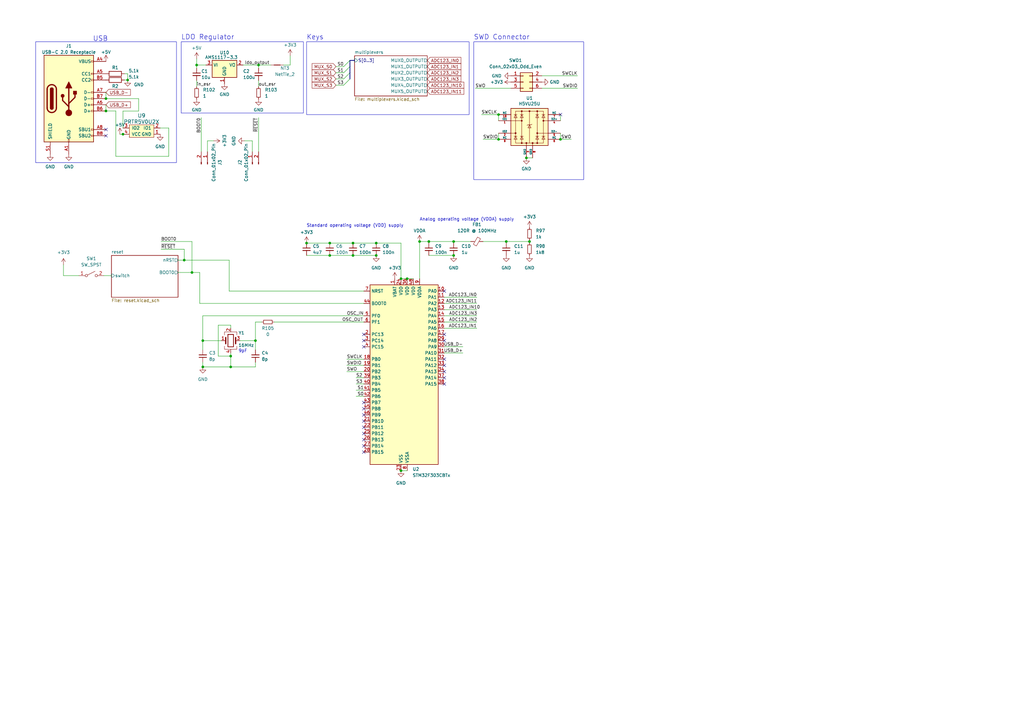
<source format=kicad_sch>
(kicad_sch (version 20230121) (generator eeschema)
  (paper "A3")
  (lib_symbols
    (symbol "Connector:Conn_01x02_Pin" (pin_names (offset 1.016) hide)
      (property "Reference" "J" (at 0 2.54 0))
      (property "Value" "Conn_01x02_Pin" (at 0 -5.08 0))
      (symbol "Conn_01x02_Pin_1_1"
        (polyline (pts (xy 1.27 -2.54) (xy 0.8636 -2.54)) (stroke (width 0.1524)))
        (polyline (pts (xy 1.27 0) (xy 0.8636 0)) (stroke (width 0.1524)))
        (rectangle (start 0.8636 -2.413) (end 0 -2.667) (stroke (width 0.1524)) (fill (type outline)))
        (rectangle (start 0.8636 0.127) (end 0 -0.127) (stroke (width 0.1524)) (fill (type outline)))
        (pin passive line (at 5.08 0 180) (length 3.81) (name "Pin_1") (number "1"))
        (pin passive line (at 5.08 -2.54 180) (length 3.81) (name "Pin_2") (number "2"))
      )
    )
    (symbol "Connector:USB_C_Receptacle_USB2.0" (pin_names (offset 1.016))
      (property "Reference" "J" (at -10.16 19.05 0))
      (property "Value" "USB_C_Receptacle_USB2.0" (at 19.05 19.05 0))
      (symbol "USB_C_Receptacle_USB2.0_0_0"
        (rectangle (start -0.254 -17.78) (end 0.254 -16.764))
        (rectangle (start 10.16 -14.986) (end 9.144 -15.494))
        (rectangle (start 10.16 -12.446) (end 9.144 -12.954))
        (rectangle (start 10.16 -4.826) (end 9.144 -5.334))
        (rectangle (start 10.16 -2.286) (end 9.144 -2.794))
        (rectangle (start 10.16 0.254) (end 9.144 -0.254))
        (rectangle (start 10.16 2.794) (end 9.144 2.286))
        (rectangle (start 10.16 7.874) (end 9.144 7.366))
        (rectangle (start 10.16 10.414) (end 9.144 9.906))
        (rectangle (start 10.16 15.494) (end 9.144 14.986))
      )
      (symbol "USB_C_Receptacle_USB2.0_0_1"
        (rectangle (start -10.16 17.78) (end 10.16 -17.78) (stroke (width 0.254)) (fill (type background)))
        (arc (start -8.89 -3.81) (mid -6.985 -5.7067) (end -5.08 -3.81) (stroke (width 0.508)))
        (arc (start -7.62 -3.81) (mid -6.985 -4.4423) (end -6.35 -3.81) (stroke (width 0.254)))
        (arc (start -7.62 -3.81) (mid -6.985 -4.4423) (end -6.35 -3.81) (stroke (width 0.254)) (fill (type outline)))
        (rectangle (start -7.62 -3.81) (end -6.35 3.81) (stroke (width 0.254)) (fill (type outline)))
        (arc (start -6.35 3.81) (mid -6.985 4.4423) (end -7.62 3.81) (stroke (width 0.254)))
        (arc (start -6.35 3.81) (mid -6.985 4.4423) (end -7.62 3.81) (stroke (width 0.254)) (fill (type outline)))
        (arc (start -5.08 3.81) (mid -6.985 5.7067) (end -8.89 3.81) (stroke (width 0.508)))
        (circle (center -2.54 1.143) (radius 0.635) (stroke (width 0.254)) (fill (type outline)))
        (circle (center 0 -5.842) (radius 1.27) (fill (type outline)))
        (polyline (pts (xy -8.89 -3.81) (xy -8.89 3.81)) (stroke (width 0.508)))
        (polyline (pts (xy -5.08 3.81) (xy -5.08 -3.81)) (stroke (width 0.508)))
        (polyline (pts (xy 0 -5.842) (xy 0 4.318)) (stroke (width 0.508)))
        (polyline (pts (xy 0 -3.302) (xy -2.54 -0.762) (xy -2.54 0.508)) (stroke (width 0.508)))
        (polyline (pts (xy 0 -2.032) (xy 2.54 0.508) (xy 2.54 1.778)) (stroke (width 0.508)))
        (polyline (pts (xy -1.27 4.318) (xy 0 6.858) (xy 1.27 4.318) (xy -1.27 4.318)) (stroke (width 0.254)) (fill (type outline)))
        (rectangle (start 1.905 1.778) (end 3.175 3.048) (stroke (width 0.254)) (fill (type outline)))
      )
      (symbol "USB_C_Receptacle_USB2.0_1_1"
        (pin passive line (at 0 -22.86 90) (length 5.08) (name "GND") (number "A1"))
        (pin passive line (at 0 -22.86 90) (length 5.08) hide (name "GND") (number "A12"))
        (pin passive line (at 15.24 15.24 180) (length 5.08) (name "VBUS") (number "A4"))
        (pin bidirectional line (at 15.24 10.16 180) (length 5.08) (name "CC1") (number "A5"))
        (pin bidirectional line (at 15.24 -2.54 180) (length 5.08) (name "D+") (number "A6"))
        (pin bidirectional line (at 15.24 2.54 180) (length 5.08) (name "D-") (number "A7"))
        (pin bidirectional line (at 15.24 -12.7 180) (length 5.08) (name "SBU1") (number "A8"))
        (pin passive line (at 15.24 15.24 180) (length 5.08) hide (name "VBUS") (number "A9"))
        (pin passive line (at 0 -22.86 90) (length 5.08) hide (name "GND") (number "B1"))
        (pin passive line (at 0 -22.86 90) (length 5.08) hide (name "GND") (number "B12"))
        (pin passive line (at 15.24 15.24 180) (length 5.08) hide (name "VBUS") (number "B4"))
        (pin bidirectional line (at 15.24 7.62 180) (length 5.08) (name "CC2") (number "B5"))
        (pin bidirectional line (at 15.24 -5.08 180) (length 5.08) (name "D+") (number "B6"))
        (pin bidirectional line (at 15.24 0 180) (length 5.08) (name "D-") (number "B7"))
        (pin bidirectional line (at 15.24 -15.24 180) (length 5.08) (name "SBU2") (number "B8"))
        (pin passive line (at 15.24 15.24 180) (length 5.08) hide (name "VBUS") (number "B9"))
        (pin passive line (at -7.62 -22.86 90) (length 5.08) (name "SHIELD") (number "S1"))
      )
    )
    (symbol "Connector_Generic:Conn_02x03_Odd_Even" (pin_names (offset 1.016) hide)
      (property "Reference" "J" (at 1.27 5.08 0))
      (property "Value" "Conn_02x03_Odd_Even" (at 1.27 -5.08 0))
      (symbol "Conn_02x03_Odd_Even_1_1"
        (rectangle (start -1.27 -2.413) (end 0 -2.667) (stroke (width 0.1524)))
        (rectangle (start -1.27 0.127) (end 0 -0.127) (stroke (width 0.1524)))
        (rectangle (start -1.27 2.667) (end 0 2.413) (stroke (width 0.1524)))
        (rectangle (start -1.27 3.81) (end 3.81 -3.81) (stroke (width 0.254)) (fill (type background)))
        (rectangle (start 3.81 -2.413) (end 2.54 -2.667) (stroke (width 0.1524)))
        (rectangle (start 3.81 0.127) (end 2.54 -0.127) (stroke (width 0.1524)))
        (rectangle (start 3.81 2.667) (end 2.54 2.413) (stroke (width 0.1524)))
        (pin passive line (at -5.08 2.54 0) (length 3.81) (name "Pin_1") (number "1"))
        (pin passive line (at 7.62 2.54 180) (length 3.81) (name "Pin_2") (number "2"))
        (pin passive line (at -5.08 0 0) (length 3.81) (name "Pin_3") (number "3"))
        (pin passive line (at 7.62 0 180) (length 3.81) (name "Pin_4") (number "4"))
        (pin passive line (at -5.08 -2.54 0) (length 3.81) (name "Pin_5") (number "5"))
        (pin passive line (at 7.62 -2.54 180) (length 3.81) (name "Pin_6") (number "6"))
      )
    )
    (symbol "Device:C_Small" (pin_numbers hide) (pin_names (offset 0.254) hide)
      (property "Reference" "C" (at 0.254 1.778 0))
      (property "Value" "C_Small" (at 0.254 -2.032 0))
      (symbol "C_Small_0_1"
        (polyline (pts (xy -1.524 -0.508) (xy 1.524 -0.508)) (stroke (width 0.3302)))
        (polyline (pts (xy -1.524 0.508) (xy 1.524 0.508)) (stroke (width 0.3048)))
      )
      (symbol "C_Small_1_1"
        (pin passive line (at 0 2.54 270) (length 2.032) (name "~") (number "1"))
        (pin passive line (at 0 -2.54 90) (length 2.032) (name "~") (number "2"))
      )
    )
    (symbol "Device:Crystal_GND24" (pin_names (offset 1.016) hide)
      (property "Reference" "Y" (at 3.175 5.08 0))
      (property "Value" "Crystal_GND24" (at 3.175 3.175 0))
      (symbol "Crystal_GND24_0_1"
        (rectangle (start -1.143 2.54) (end 1.143 -2.54) (stroke (width 0.3048)))
        (polyline (pts (xy -2.54 0) (xy -2.032 0)))
        (polyline (pts (xy -2.032 -1.27) (xy -2.032 1.27)) (stroke (width 0.508)))
        (polyline (pts (xy 0 -3.81) (xy 0 -3.556)))
        (polyline (pts (xy 0 3.556) (xy 0 3.81)))
        (polyline (pts (xy 2.032 -1.27) (xy 2.032 1.27)) (stroke (width 0.508)))
        (polyline (pts (xy 2.032 0) (xy 2.54 0)))
        (polyline (pts (xy -2.54 -2.286) (xy -2.54 -3.556) (xy 2.54 -3.556) (xy 2.54 -2.286)))
        (polyline (pts (xy -2.54 2.286) (xy -2.54 3.556) (xy 2.54 3.556) (xy 2.54 2.286)))
      )
      (symbol "Crystal_GND24_1_1"
        (pin passive line (at -3.81 0 0) (length 1.27) (name "1") (number "1"))
        (pin passive line (at 0 5.08 270) (length 1.27) (name "2") (number "2"))
        (pin passive line (at 3.81 0 180) (length 1.27) (name "3") (number "3"))
        (pin passive line (at 0 -5.08 90) (length 1.27) (name "4") (number "4"))
      )
    )
    (symbol "Device:FerriteBead_Small" (pin_numbers hide) (pin_names (offset 0))
      (property "Reference" "FB" (at 1.905 1.27 0))
      (property "Value" "FerriteBead_Small" (at 1.905 -1.27 0))
      (symbol "FerriteBead_Small_0_1"
        (polyline (pts (xy 0 -1.27) (xy 0 -0.7874)))
        (polyline (pts (xy 0 0.889) (xy 0 1.2954)))
        (polyline (pts (xy -1.8288 0.2794) (xy -1.1176 1.4986) (xy 1.8288 -0.2032) (xy 1.1176 -1.4224) (xy -1.8288 0.2794)))
      )
      (symbol "FerriteBead_Small_1_1"
        (pin passive line (at 0 2.54 270) (length 1.27) (name "~") (number "1"))
        (pin passive line (at 0 -2.54 90) (length 1.27) (name "~") (number "2"))
      )
    )
    (symbol "Device:NetTie_2" (pin_numbers hide) (pin_names (offset 0) hide) (in_bom no)
      (property "Reference" "NT" (at 0 1.27 0))
      (property "Value" "NetTie_2" (at 0 -1.27 0))
      (symbol "NetTie_2_0_1"
        (polyline (pts (xy -1.27 0) (xy 1.27 0)) (stroke (width 0.254)))
      )
      (symbol "NetTie_2_1_1"
        (pin passive line (at -2.54 0 0) (length 2.54) (name "1") (number "1"))
        (pin passive line (at 2.54 0 180) (length 2.54) (name "2") (number "2"))
      )
    )
    (symbol "Device:R" (pin_numbers hide) (pin_names (offset 0))
      (property "Reference" "R" (at 2.032 0 90))
      (property "Value" "R" (at 0 0 90))
      (symbol "R_0_1"
        (rectangle (start -1.016 -2.54) (end 1.016 2.54) (stroke (width 0.254)))
      )
      (symbol "R_1_1"
        (pin passive line (at 0 3.81 270) (length 1.27) (name "~") (number "1"))
        (pin passive line (at 0 -3.81 90) (length 1.27) (name "~") (number "2"))
      )
    )
    (symbol "Device:R_Small" (pin_numbers hide) (pin_names (offset 0.254) hide)
      (property "Reference" "R" (at 0.762 0.508 0))
      (property "Value" "R_Small" (at 0.762 -1.016 0))
      (symbol "R_Small_0_1"
        (rectangle (start -0.762 1.778) (end 0.762 -1.778) (stroke (width 0.2032)))
      )
      (symbol "R_Small_1_1"
        (pin passive line (at 0 2.54 270) (length 0.762) (name "~") (number "1"))
        (pin passive line (at 0 -2.54 90) (length 0.762) (name "~") (number "2"))
      )
    )
    (symbol "MCU_ST_STM32F3:STM32F303CBTx"
      (property "Reference" "U" (at -12.7 39.37 0))
      (property "Value" "STM32F303CBTx" (at 10.16 39.37 0))
      (symbol "STM32F303CBTx_0_1"
        (rectangle (start -12.7 -35.56) (end 15.24 38.1) (stroke (width 0.254)) (fill (type background)))
      )
      (symbol "STM32F303CBTx_1_1"
        (pin power_in line (at -2.54 40.64 270) (length 2.54) (name "VBAT") (number "1"))
        (pin bidirectional line (at 17.78 35.56 180) (length 2.54) (name "PA0") (number "10"))
        (pin bidirectional line (at 17.78 33.02 180) (length 2.54) (name "PA1") (number "11"))
        (pin bidirectional line (at 17.78 30.48 180) (length 2.54) (name "PA2") (number "12"))
        (pin bidirectional line (at 17.78 27.94 180) (length 2.54) (name "PA3") (number "13"))
        (pin bidirectional line (at 17.78 25.4 180) (length 2.54) (name "PA4") (number "14"))
        (pin bidirectional line (at 17.78 22.86 180) (length 2.54) (name "PA5") (number "15"))
        (pin bidirectional line (at 17.78 20.32 180) (length 2.54) (name "PA6") (number "16"))
        (pin bidirectional line (at 17.78 17.78 180) (length 2.54) (name "PA7") (number "17"))
        (pin bidirectional line (at -15.24 7.62 0) (length 2.54) (name "PB0") (number "18"))
        (pin bidirectional line (at -15.24 5.08 0) (length 2.54) (name "PB1") (number "19"))
        (pin bidirectional line (at -15.24 17.78 0) (length 2.54) (name "PC13") (number "2"))
        (pin bidirectional line (at -15.24 2.54 0) (length 2.54) (name "PB2") (number "20"))
        (pin bidirectional line (at -15.24 -17.78 0) (length 2.54) (name "PB10") (number "21"))
        (pin bidirectional line (at -15.24 -20.32 0) (length 2.54) (name "PB11") (number "22"))
        (pin power_in line (at 0 -38.1 90) (length 2.54) (name "VSS") (number "23"))
        (pin power_in line (at 0 40.64 270) (length 2.54) (name "VDD") (number "24"))
        (pin bidirectional line (at -15.24 -22.86 0) (length 2.54) (name "PB12") (number "25"))
        (pin bidirectional line (at -15.24 -25.4 0) (length 2.54) (name "PB13") (number "26"))
        (pin bidirectional line (at -15.24 -27.94 0) (length 2.54) (name "PB14") (number "27"))
        (pin bidirectional line (at -15.24 -30.48 0) (length 2.54) (name "PB15") (number "28"))
        (pin bidirectional line (at 17.78 15.24 180) (length 2.54) (name "PA8") (number "29"))
        (pin bidirectional line (at -15.24 15.24 0) (length 2.54) (name "PC14") (number "3"))
        (pin bidirectional line (at 17.78 12.7 180) (length 2.54) (name "PA9") (number "30"))
        (pin bidirectional line (at 17.78 10.16 180) (length 2.54) (name "PA10") (number "31"))
        (pin bidirectional line (at 17.78 7.62 180) (length 2.54) (name "PA11") (number "32"))
        (pin bidirectional line (at 17.78 5.08 180) (length 2.54) (name "PA12") (number "33"))
        (pin bidirectional line (at 17.78 2.54 180) (length 2.54) (name "PA13") (number "34"))
        (pin passive line (at 0 -38.1 90) (length 2.54) hide (name "VSS") (number "35"))
        (pin power_in line (at 2.54 40.64 270) (length 2.54) (name "VDD") (number "36"))
        (pin bidirectional line (at 17.78 0 180) (length 2.54) (name "PA14") (number "37"))
        (pin bidirectional line (at 17.78 -2.54 180) (length 2.54) (name "PA15") (number "38"))
        (pin bidirectional line (at -15.24 0 0) (length 2.54) (name "PB3") (number "39"))
        (pin bidirectional line (at -15.24 12.7 0) (length 2.54) (name "PC15") (number "4"))
        (pin bidirectional line (at -15.24 -2.54 0) (length 2.54) (name "PB4") (number "40"))
        (pin bidirectional line (at -15.24 -5.08 0) (length 2.54) (name "PB5") (number "41"))
        (pin bidirectional line (at -15.24 -7.62 0) (length 2.54) (name "PB6") (number "42"))
        (pin bidirectional line (at -15.24 -10.16 0) (length 2.54) (name "PB7") (number "43"))
        (pin input line (at -15.24 30.48 0) (length 2.54) (name "BOOT0") (number "44"))
        (pin bidirectional line (at -15.24 -12.7 0) (length 2.54) (name "PB8") (number "45"))
        (pin bidirectional line (at -15.24 -15.24 0) (length 2.54) (name "PB9") (number "46"))
        (pin passive line (at 0 -38.1 90) (length 2.54) hide (name "VSS") (number "47"))
        (pin power_in line (at 5.08 40.64 270) (length 2.54) (name "VDD") (number "48"))
        (pin bidirectional line (at -15.24 25.4 0) (length 2.54) (name "PF0") (number "5"))
        (pin bidirectional line (at -15.24 22.86 0) (length 2.54) (name "PF1") (number "6"))
        (pin input line (at -15.24 35.56 0) (length 2.54) (name "NRST") (number "7"))
        (pin power_in line (at 2.54 -38.1 90) (length 2.54) (name "VSSA") (number "8"))
        (pin power_in line (at 7.62 40.64 270) (length 2.54) (name "VDDA") (number "9"))
      )
    )
    (symbol "Regulator_Linear:AMS1117-3.3"
      (property "Reference" "U" (at -3.81 3.175 0))
      (property "Value" "AMS1117-3.3" (at 0 3.175 0))
      (symbol "AMS1117-3.3_0_1"
        (rectangle (start -5.08 -5.08) (end 5.08 1.905) (stroke (width 0.254)) (fill (type background)))
      )
      (symbol "AMS1117-3.3_1_1"
        (pin power_in line (at 0 -7.62 90) (length 2.54) (name "GND") (number "1"))
        (pin power_out line (at 7.62 0 180) (length 2.54) (name "VO") (number "2"))
        (pin power_in line (at -7.62 0 0) (length 2.54) (name "VI") (number "3"))
      )
    )
    (symbol "Switch:SW_SPST" (pin_names (offset 0) hide)
      (property "Reference" "SW" (at 0 3.175 0))
      (property "Value" "SW_SPST" (at 0 -2.54 0))
      (symbol "SW_SPST_0_0"
        (circle (center -2.032 0) (radius 0.508))
        (polyline (pts (xy -1.524 0.254) (xy 1.524 1.778)))
        (circle (center 2.032 0) (radius 0.508))
      )
      (symbol "SW_SPST_1_1"
        (pin passive line (at -5.08 0 0) (length 2.54) (name "A") (number "1"))
        (pin passive line (at 5.08 0 180) (length 2.54) (name "B") (number "2"))
      )
    )
    (symbol "Unified-Daughterboard-rescue:TPD4E05U06DQAR-acheronSymbols" (pin_names (offset 0))
      (property "Reference" "U" (at 0 12.7 0))
      (property "Value" "TPD4E05U06DQAR-acheronSymbols" (at 0 10.16 0))
      (symbol "TPD4E05U06DQAR-acheronSymbols_0_0"
        (rectangle (start -5.715 6.477) (end 5.715 -6.604))
        (polyline (pts (xy -3.175 -6.604) (xy -3.175 6.477)))
        (polyline (pts (xy 0 6.477) (xy 0 -6.604)))
        (polyline (pts (xy 3.175 6.477) (xy 3.175 -6.604)))
      )
      (symbol "TPD4E05U06DQAR-acheronSymbols_0_1"
        (rectangle (start -7.62 7.62) (end 7.62 -7.62) (stroke (width 0.254)) (fill (type background)))
        (circle (center -5.715 -2.54) (radius 0.2794) (fill (type outline)))
        (circle (center -3.175 -6.604) (radius 0.2794) (fill (type outline)))
        (circle (center -3.175 2.54) (radius 0.2794) (fill (type outline)))
        (circle (center -3.175 6.477) (radius 0.2794) (fill (type outline)))
        (circle (center -1.27 -6.604) (radius 0.2794) (fill (type outline)))
        (polyline (pts (xy -7.747 2.54) (xy -3.175 2.54)))
        (polyline (pts (xy -7.62 -2.54) (xy -5.715 -2.54)))
        (polyline (pts (xy -5.08 -3.81) (xy -6.35 -3.81)))
        (polyline (pts (xy -5.08 5.08) (xy -6.35 5.08)))
        (polyline (pts (xy -2.54 -3.81) (xy -3.81 -3.81)))
        (polyline (pts (xy -2.54 5.08) (xy -3.81 5.08)))
        (polyline (pts (xy -1.27 -6.604) (xy -1.27 -7.62)))
        (polyline (pts (xy -0.635 0.889) (xy -1.016 0.635)))
        (polyline (pts (xy 0.635 0.889) (xy -0.635 0.889)))
        (polyline (pts (xy 0.635 0.889) (xy 1.016 1.143)))
        (polyline (pts (xy 3.81 -3.81) (xy 2.54 -3.81)))
        (polyline (pts (xy 3.81 5.08) (xy 2.54 5.08)))
        (polyline (pts (xy 6.35 -3.81) (xy 5.08 -3.81)))
        (polyline (pts (xy 6.35 5.08) (xy 5.08 5.08)))
        (polyline (pts (xy 7.62 -2.54) (xy 3.175 -2.54)))
        (polyline (pts (xy 7.62 2.54) (xy 5.715 2.54)))
        (polyline (pts (xy -5.08 -5.08) (xy -6.35 -5.08) (xy -5.715 -3.81) (xy -5.08 -5.08)))
        (polyline (pts (xy -5.08 3.81) (xy -6.35 3.81) (xy -5.715 5.08) (xy -5.08 3.81)))
        (polyline (pts (xy -2.54 -5.08) (xy -3.81 -5.08) (xy -3.175 -3.81) (xy -2.54 -5.08)))
        (polyline (pts (xy -2.54 3.81) (xy -3.81 3.81) (xy -3.175 5.08) (xy -2.54 3.81)))
        (polyline (pts (xy 0.635 -0.381) (xy -0.635 -0.381) (xy 0 0.889) (xy 0.635 -0.381)))
        (polyline (pts (xy 3.81 -5.08) (xy 2.54 -5.08) (xy 3.175 -3.81) (xy 3.81 -5.08)))
        (polyline (pts (xy 3.81 3.81) (xy 2.54 3.81) (xy 3.175 5.08) (xy 3.81 3.81)))
        (polyline (pts (xy 6.35 -5.08) (xy 5.08 -5.08) (xy 5.715 -3.81) (xy 6.35 -5.08)))
        (polyline (pts (xy 6.35 3.81) (xy 5.08 3.81) (xy 5.715 5.08) (xy 6.35 3.81)))
        (circle (center 0 6.477) (radius 0.2794) (fill (type outline)))
        (circle (center 3.175 -6.604) (radius 0.2794) (fill (type outline)))
        (circle (center 3.175 -2.54) (radius 0.2794) (fill (type outline)))
        (circle (center 3.175 6.477) (radius 0.2794) (fill (type outline)))
        (circle (center 5.715 2.54) (radius 0.2794) (fill (type outline)))
      )
      (symbol "TPD4E05U06DQAR-acheronSymbols_1_1"
        (polyline (pts (xy 1.27 -6.604) (xy 1.27 -7.62)))
        (circle (center 1.27 -6.604) (radius 0.2794) (fill (type outline)))
        (pin bidirectional line (at -12.7 2.54 0) (length 5.08) (name "IO1") (number "1"))
        (pin bidirectional line (at -12.7 5.08 0) (length 5.08) (name "NC") (number "10"))
        (pin bidirectional line (at -12.7 -2.54 0) (length 5.08) (name "IO2") (number "2"))
        (pin power_in line (at -1.27 -12.7 90) (length 5.08) (name "GND") (number "3"))
        (pin bidirectional line (at 12.7 2.54 180) (length 5.08) (name "D2+") (number "4"))
        (pin bidirectional line (at 12.7 -2.54 180) (length 5.08) (name "D2-") (number "5"))
        (pin bidirectional line (at 12.7 -5.08 180) (length 5.08) (name "NC") (number "6"))
        (pin bidirectional line (at 12.7 5.08 180) (length 5.08) (name "NC") (number "7"))
        (pin power_in line (at 1.27 -12.7 90) (length 5.08) (name "GND") (number "8"))
        (pin bidirectional line (at -12.7 -5.08 0) (length 5.08) (name "NC") (number "9"))
      )
    )
    (symbol "power:+3V3" (power) (pin_names (offset 0))
      (property "Value" "+3V3" (at 0 3.556 0))
      (symbol "+3V3_0_1"
        (polyline (pts (xy -0.762 1.27) (xy 0 2.54)))
        (polyline (pts (xy 0 0) (xy 0 2.54)))
        (polyline (pts (xy 0 2.54) (xy 0.762 1.27)))
      )
      (symbol "+3V3_1_1"
        (pin power_in line (at 0 0 90) (length 0) hide (name "+3V3") (number "1"))
      )
    )
    (symbol "power:+5V" (power) (pin_names (offset 0))
      (property "Value" "+5V" (at 0 3.556 0))
      (symbol "+5V_0_1"
        (polyline (pts (xy -0.762 1.27) (xy 0 2.54)))
        (polyline (pts (xy 0 0) (xy 0 2.54)))
        (polyline (pts (xy 0 2.54) (xy 0.762 1.27)))
      )
      (symbol "+5V_1_1"
        (pin power_in line (at 0 0 90) (length 0) hide (name "+5V") (number "1"))
      )
    )
    (symbol "power:GND" (power) (pin_names (offset 0))
      (property "Value" "GND" (at 0 -3.81 0))
      (symbol "GND_0_1"
        (polyline (pts (xy 0 0) (xy 0 -1.27) (xy 1.27 -1.27) (xy 0 -2.54) (xy -1.27 -1.27) (xy 0 -1.27)))
      )
      (symbol "GND_1_1"
        (pin power_in line (at 0 0 270) (length 0) hide (name "GND") (number "1"))
      )
    )
    (symbol "power:VDDA" (power) (pin_names (offset 0))
      (property "Value" "VDDA" (at 0 3.81 0))
      (symbol "VDDA_0_1"
        (polyline (pts (xy -0.762 1.27) (xy 0 2.54)))
        (polyline (pts (xy 0 0) (xy 0 2.54)))
        (polyline (pts (xy 0 2.54) (xy 0.762 1.27)))
      )
      (symbol "VDDA_1_1"
        (pin power_in line (at 0 0 90) (length 0) hide (name "VDDA") (number "1"))
      )
    )
    (symbol "random-keyboard-parts:PRTR5V0U2X" (pin_names (offset 1.016))
      (property "Reference" "U" (at 0 3.81 0))
      (property "Value" "PRTR5V0U2X" (at 0 -3.81 0))
      (symbol "PRTR5V0U2X_0_1"
        (rectangle (start -5.08 2.54) (end 5.08 -2.54) (fill (type background)))
      )
      (symbol "PRTR5V0U2X_1_1"
        (pin input line (at -7.62 1.27 0) (length 2.54) (name "GND") (number "1"))
        (pin input line (at -7.62 -1.27 0) (length 2.54) (name "IO1") (number "2"))
        (pin input line (at 7.62 -1.27 180) (length 2.54) (name "IO2") (number "3"))
        (pin input line (at 7.62 1.27 180) (length 2.54) (name "VCC") (number "4"))
      )
    )
  )
  (junction (at 75.565 106.68))
  (junction (at 175.895 99.06))
  (junction (at 80.645 26.67))
  (junction (at 94.615 146.05))
  (junction (at 204.47 46.99))
  (junction (at 154.305 104.775))
  (junction (at 135.255 99.695))
  (junction (at 215.9 64.77))
  (junction (at 164.465 193.04))
  (junction (at 78.74 111.76))
  (junction (at 204.47 57.15))
  (junction (at 154.305 99.695))
  (junction (at 135.255 104.775))
  (junction (at 104.775 139.7))
  (junction (at 106.045 26.67))
  (junction (at 144.78 104.775))
  (junction (at 207.645 99.06))
  (junction (at 83.185 139.7))
  (junction (at 43.4594 40.4368))
  (junction (at 125.73 99.695))
  (junction (at 217.17 99.06))
  (junction (at 167.005 114.3))
  (junction (at 43.4594 45.5168))
  (junction (at 229.87 57.15))
  (junction (at 52.3494 32.8168))
  (junction (at 164.465 114.3))
  (junction (at 172.085 99.06))
  (junction (at 144.78 99.695))
  (junction (at 83.185 150.495))
  (junction (at 186.055 99.06))
  (junction (at 94.615 150.495))
  (junction (at 50.4444 55.0418))
  (junction (at 186.055 104.775))
  (no_connect (at 149.225 139.7))
  (no_connect (at 149.225 172.72))
  (no_connect (at 149.225 180.34))
  (no_connect (at 149.225 137.16))
  (no_connect (at 149.225 185.42))
  (no_connect (at 182.245 137.16))
  (no_connect (at 182.245 154.94))
  (no_connect (at 182.245 139.7))
  (no_connect (at 149.225 175.26))
  (no_connect (at 43.4594 55.6768))
  (no_connect (at 149.225 142.24))
  (no_connect (at 182.245 152.4))
  (no_connect (at 149.225 170.18))
  (no_connect (at 149.225 167.64))
  (no_connect (at 149.225 177.8))
  (no_connect (at 149.225 165.1))
  (no_connect (at 182.245 119.38))
  (no_connect (at 182.245 147.32))
  (no_connect (at 182.245 149.86))
  (no_connect (at 229.87 46.99))
  (no_connect (at 43.4594 53.1368))
  (no_connect (at 182.245 157.48))
  (no_connect (at 149.225 182.88))
  (bus_entry (at 143.51 29.845) (size -2.54 2.54))
  (bus_entry (at 143.51 32.385) (size -2.54 2.54))
  (bus_entry (at 143.51 27.305) (size -2.54 2.54))
  (bus_entry (at 143.51 24.765) (size -2.54 2.54))
  (wire (pts (xy 229.87 54.61) (xy 229.87 57.15)))
  (wire (pts (xy 106.045 27.94) (xy 106.045 26.67)))
  (wire (pts (xy 83.185 143.51) (xy 83.185 139.7)))
  (wire (pts (xy 80.645 35.56) (xy 80.645 33.02)))
  (wire (pts (xy 26.035 113.03) (xy 26.035 108.585)))
  (wire (pts (xy 43.4594 37.8968) (xy 43.4594 40.4368)))
  (wire (pts (xy 140.97 34.925) (xy 137.795 34.925)))
  (wire (pts (xy 140.97 27.305) (xy 137.795 27.305)))
  (wire (pts (xy 81.915 111.76) (xy 81.915 124.46)))
  (wire (pts (xy 149.225 162.56) (xy 146.05 162.56)))
  (wire (pts (xy 197.485 46.99) (xy 204.47 46.99)))
  (wire (pts (xy 118.999 26.67) (xy 118.999 22.86)))
  (wire (pts (xy 164.465 99.695) (xy 164.465 114.3)))
  (wire (pts (xy 182.245 127) (xy 195.58 127)))
  (wire (pts (xy 93.98 119.38) (xy 149.225 119.38)))
  (wire (pts (xy 94.615 133.35) (xy 89.535 133.35)))
  (wire (pts (xy 93.98 106.68) (xy 93.98 119.38)))
  (wire (pts (xy 94.615 134.62) (xy 94.615 133.35)))
  (bus (pts (xy 143.51 29.845) (xy 143.51 32.385)))
  (wire (pts (xy 198.12 57.15) (xy 204.47 57.15)))
  (wire (pts (xy 172.085 99.06) (xy 172.085 114.3)))
  (wire (pts (xy 80.645 24.13) (xy 80.645 26.67)))
  (wire (pts (xy 89.535 146.05) (xy 94.615 146.05)))
  (wire (pts (xy 149.225 152.4) (xy 142.24 152.4)))
  (wire (pts (xy 85.09 57.785) (xy 85.09 62.23)))
  (wire (pts (xy 75.565 102.235) (xy 75.565 106.68)))
  (wire (pts (xy 83.185 139.7) (xy 83.185 129.54)))
  (wire (pts (xy 140.97 29.845) (xy 137.795 29.845)))
  (wire (pts (xy 186.055 99.06) (xy 193.04 99.06)))
  (wire (pts (xy 229.87 57.15) (xy 234.315 57.15)))
  (wire (pts (xy 50.4444 45.5422) (xy 50.4444 52.5018)))
  (wire (pts (xy 42.545 113.03) (xy 45.72 113.03)))
  (wire (pts (xy 103.505 57.785) (xy 103.505 62.23)))
  (wire (pts (xy 43.4594 40.4368) (xy 56.8452 40.4368)))
  (wire (pts (xy 164.465 193.04) (xy 167.005 193.04)))
  (wire (pts (xy 104.775 143.51) (xy 104.775 139.7)))
  (wire (pts (xy 75.565 106.68) (xy 93.98 106.68)))
  (wire (pts (xy 80.645 26.67) (xy 84.455 26.67)))
  (wire (pts (xy 52.3494 32.8168) (xy 51.0794 32.8168)))
  (wire (pts (xy 106.045 26.67) (xy 111.125 26.67)))
  (wire (pts (xy 106.045 48.26) (xy 106.045 62.23)))
  (bus (pts (xy 143.51 27.305) (xy 143.51 29.845)))
  (wire (pts (xy 186.055 99.06) (xy 186.055 99.695)))
  (wire (pts (xy 144.78 104.775) (xy 154.305 104.775)))
  (wire (pts (xy 82.55 48.26) (xy 82.55 62.23)))
  (wire (pts (xy 100.33 57.785) (xy 103.505 57.785)))
  (wire (pts (xy 87.63 57.785) (xy 85.09 57.785)))
  (wire (pts (xy 144.78 99.695) (xy 154.305 99.695)))
  (wire (pts (xy 80.645 27.94) (xy 80.645 26.67)))
  (wire (pts (xy 56.8452 45.5422) (xy 56.8452 40.4368)))
  (wire (pts (xy 175.895 99.06) (xy 186.055 99.06)))
  (wire (pts (xy 81.915 124.46) (xy 149.225 124.46)))
  (wire (pts (xy 222.25 31.115) (xy 236.855 31.115)))
  (wire (pts (xy 140.97 32.385) (xy 137.795 32.385)))
  (wire (pts (xy 204.47 54.61) (xy 204.47 57.15)))
  (wire (pts (xy 78.74 111.76) (xy 78.74 99.06)))
  (wire (pts (xy 182.245 142.24) (xy 189.865 142.24)))
  (wire (pts (xy 52.3494 30.2768) (xy 52.3494 32.8168)))
  (wire (pts (xy 149.225 157.48) (xy 146.05 157.48)))
  (wire (pts (xy 49.1744 55.0418) (xy 50.4444 55.0418)))
  (wire (pts (xy 43.4594 45.5168) (xy 47.5234 45.5168)))
  (wire (pts (xy 106.045 35.56) (xy 106.045 33.02)))
  (wire (pts (xy 32.385 113.03) (xy 26.035 113.03)))
  (wire (pts (xy 217.17 98.425) (xy 217.17 99.06)))
  (wire (pts (xy 116.205 26.67) (xy 118.999 26.67)))
  (wire (pts (xy 182.245 144.78) (xy 189.865 144.78)))
  (wire (pts (xy 83.185 148.59) (xy 83.185 150.495)))
  (wire (pts (xy 104.775 139.7) (xy 104.775 132.08)))
  (wire (pts (xy 194.945 36.195) (xy 209.55 36.195)))
  (wire (pts (xy 81.915 111.76) (xy 78.74 111.76)))
  (wire (pts (xy 89.535 133.35) (xy 89.535 146.05)))
  (wire (pts (xy 66.04 102.235) (xy 75.565 102.235)))
  (wire (pts (xy 65.6844 52.5018) (xy 69.215 52.5018)))
  (wire (pts (xy 69.215 52.5018) (xy 69.215 64.135)))
  (wire (pts (xy 172.085 99.06) (xy 175.895 99.06)))
  (wire (pts (xy 94.615 150.495) (xy 104.775 150.495)))
  (wire (pts (xy 207.645 99.06) (xy 217.17 99.06)))
  (wire (pts (xy 182.245 124.46) (xy 195.58 124.46)))
  (wire (pts (xy 217.17 99.06) (xy 217.17 99.695)))
  (wire (pts (xy 125.73 99.695) (xy 135.255 99.695)))
  (wire (pts (xy 149.225 147.32) (xy 142.24 147.32)))
  (wire (pts (xy 52.3494 30.2768) (xy 51.0794 30.2768)))
  (wire (pts (xy 198.12 99.06) (xy 207.645 99.06)))
  (wire (pts (xy 154.305 99.695) (xy 164.465 99.695)))
  (bus (pts (xy 143.51 24.765) (xy 143.51 27.305)))
  (wire (pts (xy 182.245 134.62) (xy 195.58 134.62)))
  (wire (pts (xy 135.255 104.775) (xy 144.78 104.775)))
  (wire (pts (xy 207.645 99.06) (xy 207.645 99.695)))
  (wire (pts (xy 215.9 64.77) (xy 218.44 64.77)))
  (wire (pts (xy 98.425 139.7) (xy 104.775 139.7)))
  (wire (pts (xy 229.87 46.99) (xy 229.87 49.53)))
  (wire (pts (xy 73.025 106.68) (xy 75.565 106.68)))
  (wire (pts (xy 182.245 132.08) (xy 195.58 132.08)))
  (wire (pts (xy 204.47 46.99) (xy 204.47 49.53)))
  (wire (pts (xy 94.615 146.05) (xy 94.615 144.78)))
  (wire (pts (xy 164.465 114.3) (xy 167.005 114.3)))
  (wire (pts (xy 66.04 99.06) (xy 78.74 99.06)))
  (wire (pts (xy 175.895 104.775) (xy 186.055 104.775)))
  (wire (pts (xy 112.395 132.08) (xy 149.225 132.08)))
  (wire (pts (xy 56.8452 45.5422) (xy 50.4444 45.5422)))
  (wire (pts (xy 182.245 121.92) (xy 195.58 121.92)))
  (wire (pts (xy 104.775 132.08) (xy 107.315 132.08)))
  (wire (pts (xy 83.185 150.495) (xy 94.615 150.495)))
  (wire (pts (xy 175.895 99.06) (xy 175.895 99.695)))
  (wire (pts (xy 135.255 99.695) (xy 144.78 99.695)))
  (wire (pts (xy 222.25 36.195) (xy 236.855 36.195)))
  (wire (pts (xy 94.615 146.05) (xy 94.615 150.495)))
  (wire (pts (xy 73.025 111.76) (xy 78.74 111.76)))
  (wire (pts (xy 125.73 104.775) (xy 135.255 104.775)))
  (bus (pts (xy 143.51 24.765) (xy 145.415 24.765)))
  (wire (pts (xy 99.695 26.67) (xy 106.045 26.67)))
  (wire (pts (xy 149.225 160.02) (xy 146.05 160.02)))
  (wire (pts (xy 182.245 129.54) (xy 195.58 129.54)))
  (wire (pts (xy 47.5234 45.5168) (xy 47.5234 64.135)))
  (wire (pts (xy 69.215 64.135) (xy 47.5234 64.135)))
  (wire (pts (xy 43.4594 42.9768) (xy 43.4594 45.5168)))
  (wire (pts (xy 50.4444 55.0418) (xy 50.5206 55.0418)))
  (wire (pts (xy 83.185 129.54) (xy 149.225 129.54)))
  (wire (pts (xy 167.005 114.3) (xy 169.545 114.3)))
  (wire (pts (xy 104.775 148.59) (xy 104.775 150.495)))
  (wire (pts (xy 149.225 154.94) (xy 146.05 154.94)))
  (wire (pts (xy 83.185 139.7) (xy 90.805 139.7)))
  (wire (pts (xy 149.225 149.86) (xy 142.24 149.86)))
  (rectangle (start 194.31 17.145) (end 239.395 73.66))
  (rectangle (start 14.605 17.145) (end 72.39 66.675))
  (rectangle (start 125.73 17.145) (end 192.405 46.99))
  (rectangle (start 74.295 17.145) (end 124.46 46.355))
  (text "Keys" (at 125.73 16.51 0) (effects (font (size 2 2)) (justify left bottom)))
  (text "Analog operating voltage (VDDA) supply" (at 172.085 90.805 0) (effects (font (size 1.27 1.27)) (justify left bottom)))
  (text "SWD Connector" (at 194.31 16.51 0) (effects (font (size 2 2)) (justify left bottom)))
  (text "9pF" (at 97.79 144.78 0) (effects (font (size 1.27 1.27)) (justify left bottom)))
  (text "USB" (at 38.1 17.145 0) (effects (font (size 2 2)) (justify left bottom)))
  (text "LDO Regulator" (at 74.295 16.51 0) (effects (font (size 2 2)) (justify left bottom)))
  (text "Standard operating voltage (VDD) supply" (at 125.73 93.345 0) (effects (font (size 1.27 1.27)) (justify left bottom)))
  (label "ADC123_IN0" (at 195.58 121.92 180))
  (label "SWO" (at 194.945 36.195 0))
  (label "SWO" (at 142.24 152.4 0))
  (label "S3" (at 146.05 157.48 0))
  (label "OSC_OUT" (at 140.335 132.08 0))
  (label "SWCLK" (at 236.855 31.115 180))
  (label "ADC123_IN10" (at 184.15 127 0))
  (label "S1" (at 140.97 29.845 180))
  (label "SWDIO" (at 142.24 149.86 0))
  (label "SWCLK" (at 142.24 147.32 0))
  (label "SWDIO" (at 236.855 36.195 180))
  (label "BOOT0" (at 66.04 99.06 0))
  (label "S0" (at 140.97 27.305 180))
  (label "ldo_output" (at 100.33 26.67 0))
  (label "SWCLK" (at 197.485 46.99 0))
  (label "BOOT0" (at 82.55 48.26 270))
  (label "ADC123_IN1" (at 195.58 134.62 180))
  (label "S0" (at 149.225 162.56 180))
  (label "S1" (at 149.225 160.02 180))
  (label "S2" (at 140.97 32.385 180))
  (label "USB_D-" (at 189.865 142.24 180))
  (label "in_esr" (at 80.645 35.56 0))
  (label "S2" (at 146.05 154.94 0))
  (label "ADC123_IN11" (at 182.88 124.46 0))
  (label "ADC123_IN2" (at 184.15 132.08 0))
  (label "SWDIO" (at 198.12 57.15 0))
  (label "OSC_IN" (at 142.24 129.54 0))
  (label "~{RESET}" (at 66.04 102.235 0))
  (label "USB_D+" (at 189.865 144.78 180))
  (label "ADC123_IN3" (at 184.15 129.54 0))
  (label "~{RESET}" (at 106.045 48.26 270))
  (label "out_esr" (at 106.045 35.56 0))
  (label "S3" (at 140.97 34.925 180))
  (label "SWO" (at 234.315 57.15 180))
  (global_label "MUX_S3" (shape input) (at 137.795 34.925 180) (property "Intersheetrefs" "${INTERSHEET_REFS}" (effects hide)))
  (global_label "ADC123_IN3" (shape input) (at 175.26 32.385 0) (property "Intersheetrefs" "${INTERSHEET_REFS}" (effects hide)))
  (global_label "ADC123_IN11" (shape input) (at 175.26 37.465 0) (property "Intersheetrefs" "${INTERSHEET_REFS}" (effects hide)))
  (global_label "MUX_S1" (shape input) (at 137.795 29.845 180) (property "Intersheetrefs" "${INTERSHEET_REFS}" (effects hide)))
  (global_label "ADC123_IN2" (shape input) (at 175.26 29.845 0) (property "Intersheetrefs" "${INTERSHEET_REFS}" (effects hide)))
  (global_label "ADC123_IN10" (shape input) (at 175.26 34.925 0) (property "Intersheetrefs" "${INTERSHEET_REFS}" (effects hide)))
  (global_label "USB_D-" (shape input) (at 43.4594 37.8968 0) (property "Intersheetrefs" "${INTERSHEET_REFS}" (effects hide)))
  (global_label "MUX_S0" (shape input) (at 137.795 27.305 180) (property "Intersheetrefs" "${INTERSHEET_REFS}" (effects hide)))
  (global_label "USB_D+" (shape input) (at 43.4594 42.9768 0) (property "Intersheetrefs" "${INTERSHEET_REFS}" (effects hide)))
  (global_label "ADC123_IN1" (shape input) (at 175.26 27.305 0) (property "Intersheetrefs" "${INTERSHEET_REFS}" (effects hide)))
  (global_label "ADC123_IN0" (shape input) (at 175.26 24.765 0) (property "Intersheetrefs" "${INTERSHEET_REFS}" (effects hide)))
  (global_label "MUX_S2" (shape input) (at 137.795 32.385 180) (property "Intersheetrefs" "${INTERSHEET_REFS}" (effects hide)))
  (symbol (lib_id "Device:R") (at 47.2694 32.8168 270) (unit 1)
    (property "Reference" "R2" (at 47.2694 35.3568 90))
    (property "Value" "5.1k" (at 54.8894 31.5468 90))
    (property "Footprint" "Resistor_SMD:R_0402_1005Metric" (effects hide))
    (property "Datasheet" "https://datasheet.lcsc.com/lcsc/2206010045_UNI-ROYAL-Uniroyal-Elec-0402WGF5101TCE_C25905.pdf" (effects hide))
    (property "LCSC" "C25905" (effects hide))
  )
  (symbol (lib_id "power:+5V") (at 80.645 24.13 0) (unit 1)
    (property "Reference" "#PWR0398" (effects hide))
    (property "Value" "+5V" (at 80.645 19.685 0))
  )
  (symbol (lib_id "power:+3V3") (at 118.999 22.86 0) (unit 1)
    (property "Reference" "#PWR0397" (effects hide))
    (property "Value" "+3V3" (at 118.999 18.415 0))
  )
  (symbol (lib_id "Device:FerriteBead_Small") (at 195.58 99.06 270) (unit 1)
    (property "Reference" "FB1" (at 195.6181 92.075 90))
    (property "Value" "120R @ 100MHz" (at 195.6181 94.615 90))
    (property "Footprint" "Inductor_SMD:L_0805_2012Metric" (effects hide))
  )
  (symbol (lib_id "random-keyboard-parts:PRTR5V0U2X") (at 58.0644 53.7718 180) (unit 1)
    (property "Reference" "U9" (at 58.0644 47.4218 0) (effects (font (size 1.524 1.524))))
    (property "Value" "PRTR5V0U2X" (at 58.0644 49.9618 0) (effects (font (size 1.524 1.524))))
    (property "Footprint" "Package_TO_SOT_SMD:SOT-143_Handsoldering" (effects hide))
  )
  (symbol (lib_id "power:GND") (at 100.33 57.785 270) (unit 1)
    (property "Reference" "#PWR0393" (effects hide))
    (property "Value" "GND" (at 95.885 57.785 0))
  )
  (symbol (lib_id "Connector:Conn_01x02_Pin") (at 85.09 67.31 270) (mirror x) (unit 1)
    (property "Reference" "J3" (at 90.17 66.675 0))
    (property "Value" "Conn_01x02_Pin" (at 87.63 66.675 0))
    (property "Footprint" "Connector_PinHeader_2.54mm:PinHeader_1x02_P2.54mm_Vertical" (effects hide))
  )
  (symbol (lib_id "power:GND") (at 222.25 33.655 90) (unit 1)
    (property "Reference" "#PWR0392" (effects hide))
    (property "Value" "GND" (at 225.425 33.655 90) (effects (justify right)))
  )
  (symbol (lib_id "power:GND") (at 83.185 150.495 0) (unit 1)
    (property "Reference" "#PWR02" (effects hide))
    (property "Value" "GND" (at 83.185 155.575 0))
  )
  (symbol (lib_id "Device:R") (at 47.2694 30.2768 270) (unit 1)
    (property "Reference" "R1" (at 47.2694 27.7368 90))
    (property "Value" "5.1k" (at 54.8894 29.0068 90))
    (property "Footprint" "Resistor_SMD:R_0402_1005Metric" (effects hide))
    (property "Datasheet" "https://datasheet.lcsc.com/lcsc/2206010045_UNI-ROYAL-Uniroyal-Elec-0402WGF5101TCE_C25905.pdf" (effects hide))
    (property "LCSC Part" "C25905" (effects hide))
    (property "LCSC" "C25905" (effects hide))
  )
  (symbol (lib_id "power:GND") (at 52.3494 32.8168 0) (unit 1)
    (property "Reference" "#PWR07" (effects hide))
    (property "Value" "GND" (at 54.8894 34.7218 0) (effects (justify left)))
  )
  (symbol (lib_id "Device:C_Small") (at 80.645 30.48 0) (unit 1)
    (property "Reference" "C1" (at 82.55 29.21 0) (effects (justify left)))
    (property "Value" "10u" (at 82.55 31.75 0) (effects (justify left)))
    (property "Footprint" "Capacitor_SMD:C_1206_3216Metric" (effects hide))
  )
  (symbol (lib_id "power:GND") (at 80.645 40.64 0) (unit 1)
    (property "Reference" "#PWR0400" (effects hide))
    (property "Value" "GND" (at 80.645 45.085 0))
  )
  (symbol (lib_id "MCU_ST_STM32F3:STM32F303CBTx") (at 164.465 154.94 0) (unit 1)
    (property "Reference" "U2" (at 169.1991 192.405 0) (effects (justify left)))
    (property "Value" "STM32F303CBTx" (at 169.1991 194.945 0) (effects (justify left)))
    (property "Footprint" "Package_QFP:LQFP-48_7x7mm_P0.5mm" (effects hide))
    (property "Datasheet" "https://www.st.com/resource/en/datasheet/stm32f303cb.pdf" (effects hide))
  )
  (symbol (lib_id "power:GND") (at 186.055 104.775 0) (unit 1)
    (property "Reference" "#PWR014" (effects hide))
    (property "Value" "GND" (at 186.055 109.855 0))
  )
  (symbol (lib_id "power:+3V3") (at 26.035 108.585 0) (unit 1)
    (property "Reference" "#PWR017" (effects hide))
    (property "Value" "+3V3" (at 26.035 103.505 0))
  )
  (symbol (lib_id "Device:R_Small") (at 217.17 95.885 0) (unit 1)
    (property "Reference" "R97" (at 219.71 94.615 0) (effects (justify left)))
    (property "Value" "1k" (at 219.71 97.155 0) (effects (justify left)))
    (property "Footprint" "Resistor_SMD:R_0402_1005Metric" (effects hide))
  )
  (symbol (lib_id "Device:C_Small") (at 106.045 30.48 0) (unit 1)
    (property "Reference" "C2" (at 99.695 29.21 0) (effects (justify left)))
    (property "Value" "100u" (at 99.695 31.75 0) (effects (justify left)))
    (property "Footprint" "Capacitor_SMD:C_1206_3216Metric" (effects hide))
  )
  (symbol (lib_id "Device:C_Small") (at 154.305 102.235 0) (unit 1)
    (property "Reference" "C8" (at 156.845 100.9713 0) (effects (justify left)))
    (property "Value" "100n" (at 156.845 103.5113 0) (effects (justify left)))
    (property "Footprint" "Capacitor_SMD:C_0402_1005Metric" (effects hide))
  )
  (symbol (lib_id "power:GND") (at 154.305 104.775 0) (unit 1)
    (property "Reference" "#PWR08" (effects hide))
    (property "Value" "GND" (at 154.305 109.855 0))
  )
  (symbol (lib_id "Device:R_Small") (at 80.645 38.1 0) (unit 1)
    (property "Reference" "R102" (at 83.185 36.83 0) (effects (justify left)))
    (property "Value" "1" (at 83.185 39.37 0) (effects (justify left)))
    (property "Footprint" "Resistor_SMD:R_1206_3216Metric" (effects hide))
  )
  (symbol (lib_id "power:+3V3") (at 217.17 93.345 0) (unit 1)
    (property "Reference" "#PWR04" (effects hide))
    (property "Value" "+3V3" (at 217.17 88.9 0))
  )
  (symbol (lib_id "Connector_Generic:Conn_02x03_Odd_Even") (at 214.63 33.655 0) (unit 1) (in_bom no)
    (property "Reference" "SWD1" (at 211.455 24.765 0))
    (property "Value" "Conn_02x03_Odd_Even" (at 211.455 27.305 0))
    (property "Footprint" "Connector_PinHeader_2.54mm:PinHeader_2x03_P2.54mm_Vertical" (effects hide))
  )
  (symbol (lib_id "Device:C_Small") (at 175.895 102.235 0) (unit 1)
    (property "Reference" "C9" (at 178.435 100.9713 0) (effects (justify left)))
    (property "Value" "100n" (at 178.435 103.5113 0) (effects (justify left)))
    (property "Footprint" "Capacitor_SMD:C_0402_1005Metric" (effects hide))
  )
  (symbol (lib_id "Regulator_Linear:AMS1117-3.3") (at 92.075 26.67 0) (unit 1)
    (property "Reference" "U10" (at 92.075 21.59 0))
    (property "Value" "AMS1117-3.3" (at 90.805 23.495 0))
    (property "Footprint" "Package_TO_SOT_SMD:SOT-223-3_TabPin2" (effects hide))
    (property "Datasheet" "http://www.advanced-monolithic.com/pdf/ds1117.pdf" (effects hide))
  )
  (symbol (lib_id "Device:C_Small") (at 186.055 102.235 0) (unit 1)
    (property "Reference" "C10" (at 189.23 100.9713 0) (effects (justify left)))
    (property "Value" "1u" (at 189.23 103.5113 0) (effects (justify left)))
    (property "Footprint" "Capacitor_SMD:C_0402_1005Metric" (effects hide))
  )
  (symbol (lib_id "power:GND") (at 28.2194 63.2968 0) (unit 1)
    (property "Reference" "#PWR010" (effects hide))
    (property "Value" "GND" (at 28.2194 68.3768 0))
  )
  (symbol (lib_id "power:GND") (at 215.9 64.77 0) (unit 1)
    (property "Reference" "#PWR01" (effects hide))
    (property "Value" "GND" (at 215.9 69.215 0))
  )
  (symbol (lib_id "Device:Crystal_GND24") (at 94.615 139.7 0) (unit 1)
    (property "Reference" "Y1" (at 99.06 136.525 0))
    (property "Value" "16MHz" (at 100.965 141.605 0))
    (property "Footprint" "Crystal:Crystal_SMD_3225-4Pin_3.2x2.5mm" (effects hide))
    (property "Datasheet" "https://datasheet.lcsc.com/lcsc/2304140030_YXC-X322516MLB4SI_C13738.pdf" (effects hide))
  )
  (symbol (lib_id "Device:R_Small") (at 106.045 38.1 0) (unit 1)
    (property "Reference" "R103" (at 108.585 36.83 0) (effects (justify left)))
    (property "Value" "1" (at 108.585 39.37 0) (effects (justify left)))
    (property "Footprint" "Resistor_SMD:R_1206_3216Metric" (effects hide))
  )
  (symbol (lib_id "Device:C_Small") (at 83.185 146.05 180) (unit 1)
    (property "Reference" "C3" (at 85.725 144.7736 0) (effects (justify right)))
    (property "Value" "8p" (at 85.725 147.3136 0) (effects (justify right)))
    (property "Footprint" "Capacitor_SMD:C_0402_1005Metric" (effects hide))
  )
  (symbol (lib_id "power:GND") (at 207.645 104.775 0) (unit 1)
    (property "Reference" "#PWR015" (effects hide))
    (property "Value" "GND" (at 207.645 109.855 0))
  )
  (symbol (lib_id "Device:C_Small") (at 144.78 102.235 0) (unit 1)
    (property "Reference" "C7" (at 147.32 100.9713 0) (effects (justify left)))
    (property "Value" "100n" (at 147.32 103.5113 0) (effects (justify left)))
    (property "Footprint" "Capacitor_SMD:C_0402_1005Metric" (effects hide))
  )
  (symbol (lib_id "power:+5V") (at 43.4594 25.1968 0) (unit 1)
    (property "Reference" "#PWR03" (effects hide))
    (property "Value" "+5V" (at 43.4594 21.3868 0))
  )
  (symbol (lib_id "power:GND") (at 217.17 104.775 0) (unit 1)
    (property "Reference" "#PWR016" (effects hide))
    (property "Value" "GND" (at 217.17 109.855 0))
  )
  (symbol (lib_id "power:+3V3") (at 161.925 114.3 0) (unit 1)
    (property "Reference" "#PWR018" (effects hide))
    (property "Value" "+3V3" (at 161.925 109.855 0))
  )
  (symbol (lib_id "Device:C_Small") (at 104.775 146.05 180) (unit 1)
    (property "Reference" "C4" (at 107.315 144.7736 0) (effects (justify right)))
    (property "Value" "8p" (at 107.315 147.3136 0) (effects (justify right)))
    (property "Footprint" "Capacitor_SMD:C_0402_1005Metric" (effects hide))
  )
  (symbol (lib_id "power:GND") (at 164.465 193.04 0) (unit 1)
    (property "Reference" "#PWR020" (effects hide))
    (property "Value" "GND" (at 164.465 198.12 0))
  )
  (symbol (lib_id "power:GND") (at 106.045 40.64 0) (unit 1)
    (property "Reference" "#PWR0401" (effects hide))
    (property "Value" "GND" (at 106.045 45.085 0))
  )
  (symbol (lib_id "Connector:Conn_01x02_Pin") (at 103.505 67.31 90) (unit 1)
    (property "Reference" "J2" (at 98.425 66.675 0))
    (property "Value" "Conn_01x02_Pin" (at 100.965 66.675 0))
    (property "Footprint" "Connector_PinHeader_2.54mm:PinHeader_1x02_P2.54mm_Vertical" (effects hide))
  )
  (symbol (lib_id "Connector:USB_C_Receptacle_USB2.0") (at 28.2194 40.4368 0) (unit 1)
    (property "Reference" "J1" (at 28.2194 18.8468 0))
    (property "Value" "USB-C 2.0 Receptacle" (at 28.2194 21.3868 0))
    (property "Footprint" "Connector_USB:USB_C_Receptacle_HRO_TYPE-C-31-M-12" (effects hide))
    (property "Datasheet" "https://datasheet.lcsc.com/lcsc/2205251630_Korean-Hroparts-Elec-TYPE-C-31-M-12_C165948.pdf" (effects hide))
    (property "LCSC Part" "C165948" (effects hide))
    (property "LCSC" "C165948" (effects hide))
  )
  (symbol (lib_id "Device:C_Small") (at 135.255 102.235 0) (unit 1)
    (property "Reference" "C6" (at 137.795 100.9713 0) (effects (justify left)))
    (property "Value" "100n" (at 137.795 103.5113 0) (effects (justify left)))
    (property "Footprint" "Capacitor_SMD:C_0402_1005Metric" (effects hide))
  )
  (symbol (lib_id "power:GND") (at 20.5994 63.2968 0) (unit 1)
    (property "Reference" "#PWR09" (effects hide))
    (property "Value" "GND" (at 20.5994 68.3768 0))
  )
  (symbol (lib_id "Switch:SW_SPST") (at 37.465 113.03 0) (unit 1)
    (property "Reference" "SW1" (at 37.465 106.045 0))
    (property "Value" "SW_SPST" (at 37.465 108.585 0))
    (property "Footprint" "Button_Switch_SMD:SW_SPST_TL3342" (effects hide))
  )
  (symbol (lib_id "power:GND") (at 92.075 34.29 0) (unit 1)
    (property "Reference" "#PWR0399" (effects hide))
    (property "Value" "GND" (at 92.075 38.735 0))
  )
  (symbol (lib_id "Device:R_Small") (at 109.855 132.08 270) (unit 1)
    (property "Reference" "R105" (at 109.855 134.62 90))
    (property "Value" "0" (at 109.855 137.16 90))
    (property "Footprint" "Resistor_SMD:R_0603_1608Metric_Pad0.98x0.95mm_HandSolder" (effects hide))
  )
  (symbol (lib_id "power:GND") (at 65.6844 55.0418 0) (unit 1)
    (property "Reference" "#PWR0396" (effects hide))
    (property "Value" "GND" (at 65.6844 60.1218 0))
  )
  (symbol (lib_id "Unified-Daughterboard-rescue:TPD4E05U06DQAR-acheronSymbols") (at 217.17 52.07 0) (unit 1)
    (property "Reference" "U1" (at 217.17 40.2336 0))
    (property "Value" "H5VU25U" (at 217.17 42.545 0))
    (property "Footprint" "MoonBoard:DFN2510" (effects hide))
    (property "Manufacturer" "Texas Instruments" (effects hide))
    (property "Manufacturer Part Number" "TPD4E05U06DQAR" (effects hide))
    (property "Package" "uSON-10" (effects hide))
    (property "LCSC Part Number" "C138714" (effects hide))
  )
  (symbol (lib_id "Device:C_Small") (at 125.73 102.235 0) (unit 1)
    (property "Reference" "C5" (at 128.27 100.9713 0) (effects (justify left)))
    (property "Value" "4u7" (at 128.27 103.5113 0) (effects (justify left)))
    (property "Footprint" "Capacitor_SMD:C_0402_1005Metric" (effects hide))
  )
  (symbol (lib_id "power:+3V3") (at 209.55 33.655 90) (unit 1)
    (property "Reference" "#PWR0391" (effects hide))
    (property "Value" "+3V3" (at 206.375 33.655 90) (effects (justify left)))
  )
  (symbol (lib_id "power:GND") (at 209.55 31.115 270) (unit 1)
    (property "Reference" "#PWR0390" (effects hide))
    (property "Value" "GND" (at 205.74 31.115 90) (effects (justify right)))
  )
  (symbol (lib_id "power:VDDA") (at 172.085 99.06 0) (unit 1)
    (property "Reference" "#PWR05" (effects hide))
    (property "Value" "VDDA" (at 172.085 94.615 0))
  )
  (symbol (lib_id "power:+3V3") (at 87.63 57.785 270) (mirror x) (unit 1)
    (property "Reference" "#PWR0394" (effects hide))
    (property "Value" "+3V3" (at 92.075 57.785 0))
  )
  (symbol (lib_id "power:+5V") (at 49.1744 55.0418 0) (mirror y) (unit 1)
    (property "Reference" "#PWR0395" (effects hide))
    (property "Value" "+5V" (at 49.1744 51.2318 0))
  )
  (symbol (lib_id "power:+3V3") (at 125.73 99.695 0) (unit 1)
    (property "Reference" "#PWR06" (effects hide))
    (property "Value" "+3V3" (at 125.73 95.25 0))
  )
  (symbol (lib_id "Device:C_Small") (at 207.645 102.235 0) (unit 1)
    (property "Reference" "C11" (at 210.82 100.9713 0) (effects (justify left)))
    (property "Value" "1u" (at 210.82 103.5113 0) (effects (justify left)))
    (property "Footprint" "Capacitor_SMD:C_0402_1005Metric" (effects hide))
  )
  (symbol (lib_id "Device:R_Small") (at 217.17 102.235 0) (unit 1)
    (property "Reference" "R98" (at 219.71 100.965 0) (effects (justify left)))
    (property "Value" "1k8" (at 219.71 103.505 0) (effects (justify left)))
    (property "Footprint" "Resistor_SMD:R_0402_1005Metric" (effects hide))
  )
  (symbol (lib_id "Device:NetTie_2") (at 113.665 26.67 0) (unit 1) (in_bom no)
    (property "Reference" "NT3" (at 116.84 27.94 0))
    (property "Value" "NetTie_2" (at 116.84 30.48 0))
    (property "Footprint" "NetTie:NetTie-2_SMD_Pad0.5mm" (effects hide))
  )
  (sheet (at 45.72 104.775) (size 27.305 17.145) (stroke (width 0.1524))
    (property "Sheetname" "reset" (at 45.72 104.0634 0) (effects (justify left bottom)))
    (property "Sheetfile" "reset.kicad_sch" (at 45.72 122.5046 0) (effects (justify left top)))
    (pin "nRST" output (at 73.025 106.68 0))
    (pin "BOOT0" output (at 73.025 111.76 0))
    (pin "switch" input (at 45.72 113.03 180))
  )
  (sheet (at 145.415 22.86) (size 29.845 16.51) (stroke (width 0.1524))
    (property "Sheetname" "multiplexers" (at 145.415 22.1484 0) (effects (justify left bottom)))
    (property "Sheetfile" "multiplexers.kicad_sch" (at 145.415 39.9546 0) (effects (justify left top)))
    (pin "MUX4_OUTPUT" output (at 175.26 34.925 0))
    (pin "S[0..3]" input (at 145.415 24.765 180))
    (pin "MUX3_OUTPUT" output (at 175.26 32.385 0))
    (pin "MUX2_OUTPUT" output (at 175.26 29.845 0))
    (pin "MUX5_OUTPUT" output (at 175.26 37.465 0))
    (pin "MUX1_OUTPUT" output (at 175.26 27.305 0))
    (pin "MUX0_OUTPUT" output (at 175.26 24.765 0))
  )
)
</source>
